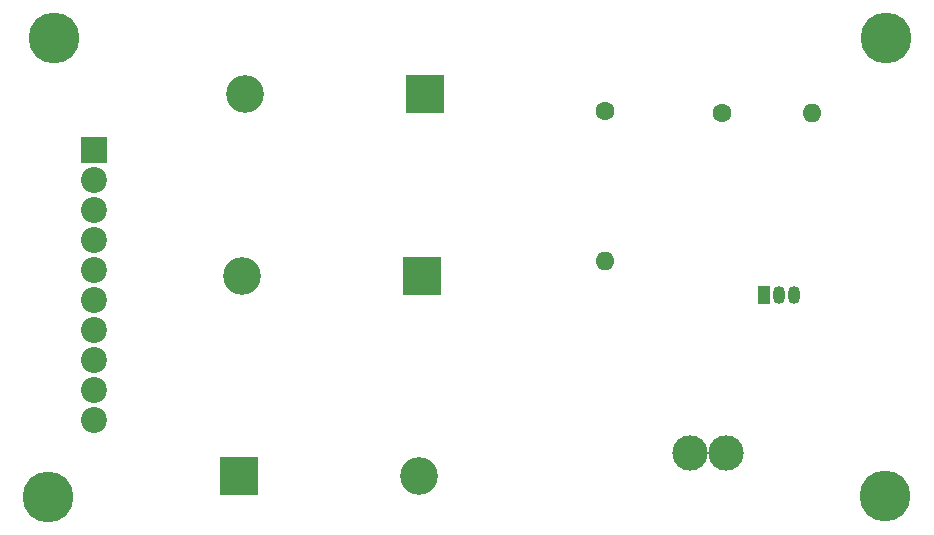
<source format=gbr>
%TF.GenerationSoftware,KiCad,Pcbnew,7.0.8*%
%TF.CreationDate,2025-03-29T18:24:55-04:00*%
%TF.ProjectId,v2315power,76323331-3570-46f7-9765-722e6b696361,rev?*%
%TF.SameCoordinates,Original*%
%TF.FileFunction,Soldermask,Top*%
%TF.FilePolarity,Negative*%
%FSLAX46Y46*%
G04 Gerber Fmt 4.6, Leading zero omitted, Abs format (unit mm)*
G04 Created by KiCad (PCBNEW 7.0.8) date 2025-03-29 18:24:55*
%MOMM*%
%LPD*%
G01*
G04 APERTURE LIST*
%ADD10R,2.200000X2.200000*%
%ADD11C,2.200000*%
%ADD12C,1.600000*%
%ADD13O,1.600000X1.600000*%
%ADD14C,3.000000*%
%ADD15R,3.200000X3.200000*%
%ADD16O,3.200000X3.200000*%
%ADD17C,4.300000*%
%ADD18R,1.050000X1.500000*%
%ADD19O,1.050000X1.500000*%
G04 APERTURE END LIST*
D10*
%TO.C,J1*%
X92120000Y-80990000D03*
D11*
X92120000Y-83530000D03*
X92120000Y-86070000D03*
X92120000Y-88610000D03*
X92120000Y-91150000D03*
X92120000Y-93690000D03*
X92120000Y-96230000D03*
X92120000Y-98770000D03*
X92120000Y-101310000D03*
X92120000Y-103850000D03*
%TD*%
D12*
%TO.C,R1*%
X135360000Y-77760000D03*
D13*
X135360000Y-90460000D03*
%TD*%
D14*
%TO.C,J2*%
X142620000Y-106700000D03*
X145620000Y-106700000D03*
%TD*%
D15*
%TO.C,D2*%
X119910000Y-91720000D03*
D16*
X104670000Y-91720000D03*
%TD*%
D17*
%TO.C,H3*%
X88210000Y-110390000D03*
%TD*%
%TO.C,H1*%
X88780000Y-71540000D03*
%TD*%
D18*
%TO.C,Q1*%
X148850000Y-93330000D03*
D19*
X150120000Y-93330000D03*
X151390000Y-93330000D03*
%TD*%
D12*
%TO.C,R2*%
X145270000Y-77880000D03*
D13*
X152890000Y-77880000D03*
%TD*%
D17*
%TO.C,H2*%
X159220000Y-71540000D03*
%TD*%
D15*
%TO.C,D1*%
X120150000Y-76270000D03*
D16*
X104910000Y-76270000D03*
%TD*%
D17*
%TO.C,H4*%
X159110000Y-110280000D03*
%TD*%
D15*
%TO.C,D3*%
X104450000Y-108660000D03*
D16*
X119690000Y-108660000D03*
%TD*%
M02*

</source>
